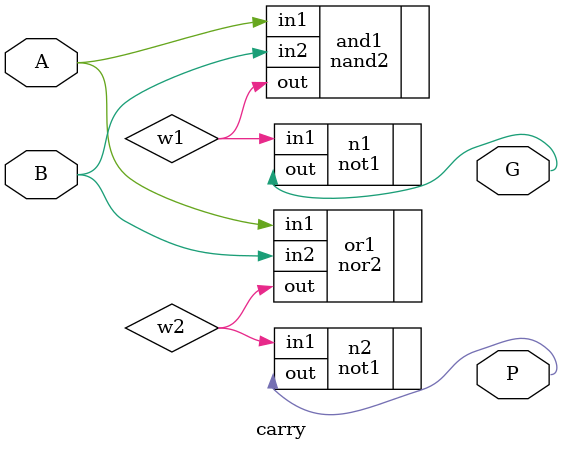
<source format=v>

module carry(A,B,P,G);
    input A,B;
    output P,G;

    wire w1,w2;
    nand2 and1(.in1(A), .in2(B), .out(w1));
    nor2 or1(.in1(A), .in2(B), .out(w2));
    not1 n1(.in1(w1), .out(G));
    not1 n2(.in1(w2), .out(P));

endmodule
</source>
